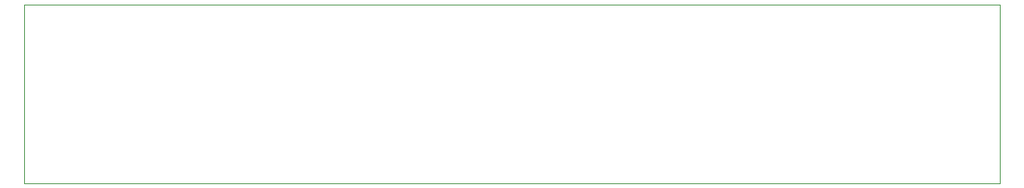
<source format=gbp>
G75*
%MOIN*%
%OFA0B0*%
%FSLAX24Y24*%
%IPPOS*%
%LPD*%
%AMOC8*
5,1,8,0,0,1.08239X$1,22.5*
%
%ADD10C,0.0000*%
D10*
X000100Y000668D02*
X000100Y008345D01*
X041832Y008345D01*
X041832Y000668D01*
X000100Y000668D01*
M02*

</source>
